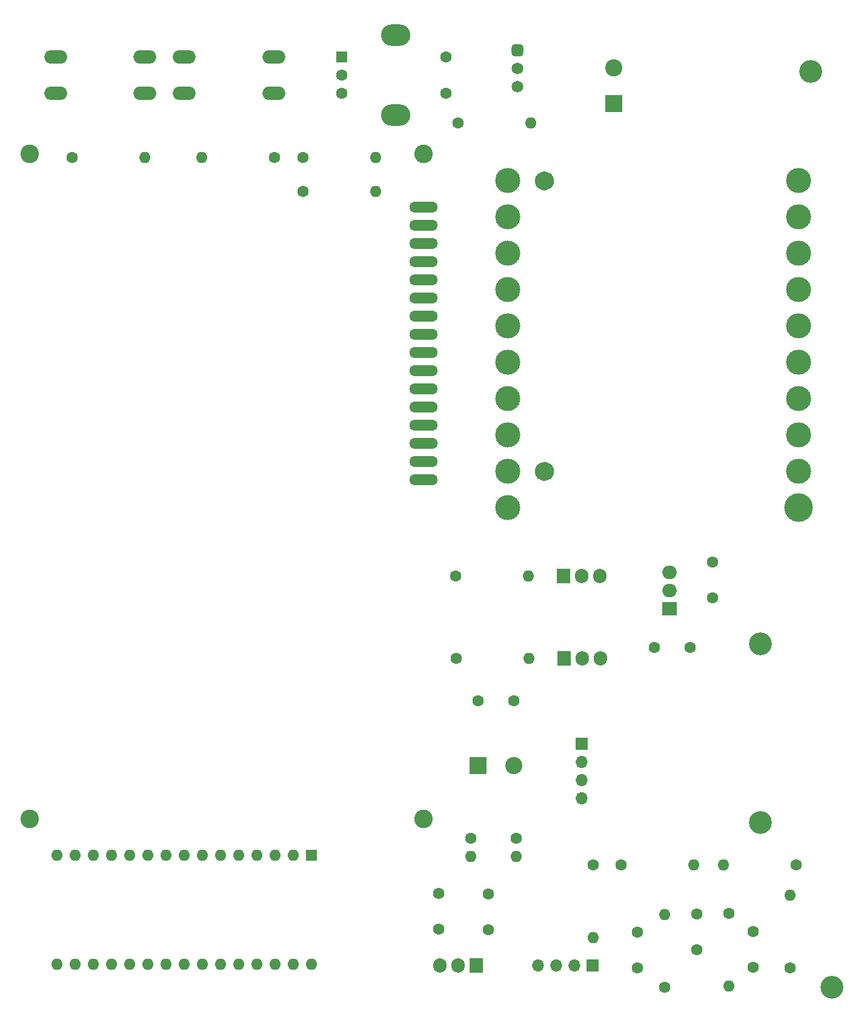
<source format=gbr>
%TF.GenerationSoftware,KiCad,Pcbnew,8.0.3*%
%TF.CreationDate,2025-04-27T13:18:50+02:00*%
%TF.ProjectId,Motherboard,4d6f7468-6572-4626-9f61-72642e6b6963,v1.0*%
%TF.SameCoordinates,Original*%
%TF.FileFunction,Soldermask,Bot*%
%TF.FilePolarity,Negative*%
%FSLAX46Y46*%
G04 Gerber Fmt 4.6, Leading zero omitted, Abs format (unit mm)*
G04 Created by KiCad (PCBNEW 8.0.3) date 2025-04-27 13:18:50*
%MOMM*%
%LPD*%
G01*
G04 APERTURE LIST*
G04 Aperture macros list*
%AMRoundRect*
0 Rectangle with rounded corners*
0 $1 Rounding radius*
0 $2 $3 $4 $5 $6 $7 $8 $9 X,Y pos of 4 corners*
0 Add a 4 corners polygon primitive as box body*
4,1,4,$2,$3,$4,$5,$6,$7,$8,$9,$2,$3,0*
0 Add four circle primitives for the rounded corners*
1,1,$1+$1,$2,$3*
1,1,$1+$1,$4,$5*
1,1,$1+$1,$6,$7*
1,1,$1+$1,$8,$9*
0 Add four rect primitives between the rounded corners*
20,1,$1+$1,$2,$3,$4,$5,0*
20,1,$1+$1,$4,$5,$6,$7,0*
20,1,$1+$1,$6,$7,$8,$9,0*
20,1,$1+$1,$8,$9,$2,$3,0*%
G04 Aperture macros list end*
%ADD10C,1.350000*%
%ADD11C,1.600000*%
%ADD12O,1.600000X1.600000*%
%ADD13R,2.400000X2.400000*%
%ADD14C,2.400000*%
%ADD15C,3.200000*%
%ADD16C,3.500000*%
%ADD17C,4.000000*%
%ADD18O,3.200000X1.900000*%
%ADD19R,2.000000X1.905000*%
%ADD20O,2.000000X1.905000*%
%ADD21R,1.600000X1.600000*%
%ADD22R,1.700000X1.700000*%
%ADD23O,1.700000X1.700000*%
%ADD24RoundRect,0.412500X-0.412500X0.412500X-0.412500X-0.412500X0.412500X-0.412500X0.412500X0.412500X0*%
%ADD25C,1.650000*%
%ADD26R,1.905000X2.000000*%
%ADD27O,1.905000X2.000000*%
%ADD28RoundRect,0.250000X-0.550000X-0.550000X0.550000X-0.550000X0.550000X0.550000X-0.550000X0.550000X0*%
%ADD29O,4.100000X3.000000*%
%ADD30C,2.600000*%
%ADD31O,4.000500X1.501140*%
G04 APERTURE END LIST*
D10*
X125475000Y-112900000D02*
G75*
G02*
X124125000Y-112900000I-675000J0D01*
G01*
X124125000Y-112900000D02*
G75*
G02*
X125475000Y-112900000I675000J0D01*
G01*
X125475000Y-72300000D02*
G75*
G02*
X124125000Y-72300000I-675000J0D01*
G01*
X124125000Y-72300000D02*
G75*
G02*
X125475000Y-72300000I675000J0D01*
G01*
D11*
%TO.C,C4*%
X115500000Y-145000000D03*
X120500000Y-145000000D03*
%TD*%
%TO.C,R13*%
X120900000Y-164160000D03*
D12*
X120900000Y-166700000D03*
%TD*%
D13*
%TO.C,C6*%
X134500000Y-61473959D03*
D14*
X134500000Y-56473959D03*
%TD*%
D11*
%TO.C,R6*%
X91050000Y-69050000D03*
D12*
X101210000Y-69050001D03*
%TD*%
D15*
%TO.C,REF\u002A\u002A*%
X155000000Y-162000000D03*
%TD*%
D11*
%TO.C,R7*%
X91020000Y-73800000D03*
D12*
X101180000Y-73800000D03*
%TD*%
D16*
%TO.C,T1*%
X160320000Y-97660000D03*
X160320000Y-102740000D03*
X160320000Y-107820000D03*
X160320000Y-112900000D03*
D17*
X160320000Y-117980000D03*
D16*
X119680000Y-72260000D03*
X119680000Y-77340000D03*
X119680000Y-82420000D03*
X119680000Y-87500000D03*
X119680000Y-92580000D03*
X119680000Y-97660000D03*
X119680000Y-102740000D03*
X119680000Y-107820000D03*
X119680000Y-112900000D03*
X119680000Y-117980000D03*
X160320000Y-72260000D03*
X160320000Y-77340000D03*
X160320000Y-82420000D03*
X160320000Y-87500000D03*
X160320000Y-92580000D03*
%TD*%
D11*
%TO.C,R15*%
X112520000Y-139000000D03*
D12*
X122680000Y-139000000D03*
%TD*%
D11*
%TO.C,C11*%
X110000000Y-171900000D03*
X110000000Y-176900000D03*
%TD*%
%TO.C,R10*%
X159980000Y-167900000D03*
D12*
X149820000Y-167900000D03*
%TD*%
D11*
%TO.C,R1*%
X141600000Y-184980000D03*
D12*
X141600000Y-174820000D03*
%TD*%
D18*
%TO.C,SW2*%
X74500000Y-55000000D03*
X87000000Y-55000000D03*
X74500000Y-60000000D03*
X87000000Y-60000000D03*
%TD*%
D19*
%TO.C,U1*%
X142300000Y-132100000D03*
D20*
X142300000Y-129560000D03*
X142300000Y-127020001D03*
%TD*%
D21*
%TO.C,A1*%
X92220000Y-166560000D03*
D12*
X89680000Y-166560000D03*
X87140001Y-166560000D03*
X84600000Y-166560000D03*
X82060000Y-166560000D03*
X79520000Y-166560000D03*
X76980000Y-166560000D03*
X74439999Y-166560000D03*
X71900000Y-166560000D03*
X69360000Y-166560000D03*
X66820000Y-166560000D03*
X64280001Y-166560000D03*
X61740000Y-166560000D03*
X59200000Y-166560000D03*
X56660000Y-166560000D03*
X56660000Y-181800000D03*
X59200000Y-181800000D03*
X61740000Y-181800000D03*
X64280000Y-181800000D03*
X66820000Y-181800000D03*
X69360000Y-181800000D03*
X71900000Y-181800000D03*
X74440000Y-181800000D03*
X76980000Y-181800000D03*
X79520000Y-181800000D03*
X82060000Y-181800000D03*
X84600000Y-181800000D03*
X87140000Y-181800000D03*
X89680000Y-181800000D03*
X92220000Y-181800000D03*
%TD*%
D11*
%TO.C,R9*%
X135500000Y-167900000D03*
D12*
X145660000Y-167900000D03*
%TD*%
D18*
%TO.C,SW1*%
X56500000Y-55000000D03*
X69000000Y-55000000D03*
X56500000Y-60000000D03*
X69000000Y-60000000D03*
%TD*%
D15*
%TO.C,REF\u002A\u002A*%
X162000000Y-57000000D03*
%TD*%
D11*
%TO.C,R14*%
X131600000Y-167920000D03*
D12*
X131600000Y-178080000D03*
%TD*%
D11*
%TO.C,R2*%
X58840000Y-69000000D03*
D12*
X69000000Y-69000000D03*
%TD*%
D11*
%TO.C,C2*%
X146100000Y-174800000D03*
X146100000Y-179800000D03*
%TD*%
%TO.C,R8*%
X112720000Y-64200000D03*
D12*
X122880000Y-64200000D03*
%TD*%
D22*
%TO.C,REF\u002A\u002A*%
X130000000Y-151000000D03*
D23*
X130000000Y-153540000D03*
X130000000Y-156079999D03*
X130000000Y-158620000D03*
%TD*%
D11*
%TO.C,C9*%
X140200000Y-137500000D03*
X145200000Y-137500000D03*
%TD*%
%TO.C,R4*%
X87080000Y-69000000D03*
D12*
X76920000Y-69000000D03*
%TD*%
D13*
%TO.C,C5*%
X115500000Y-154000000D03*
D14*
X120500000Y-154000000D03*
%TD*%
D15*
%TO.C,REF\u002A\u002A*%
X155000000Y-137000000D03*
%TD*%
D11*
%TO.C,R12*%
X114500000Y-164160000D03*
D12*
X114500000Y-166700000D03*
%TD*%
D11*
%TO.C,R5*%
X112420000Y-127500000D03*
D12*
X122580000Y-127500000D03*
%TD*%
D24*
%TO.C,RV1*%
X121000000Y-54000000D03*
D25*
X121000000Y-56540000D03*
X121000000Y-59080000D03*
%TD*%
D26*
%TO.C,Q2*%
X127520001Y-139000000D03*
D27*
X130060001Y-139000000D03*
X132600000Y-139000000D03*
%TD*%
D11*
%TO.C,R11*%
X159100000Y-182260000D03*
D12*
X159100000Y-172100000D03*
%TD*%
D26*
%TO.C,Q1*%
X127460000Y-127500000D03*
D27*
X130000000Y-127500000D03*
X132540000Y-127500000D03*
%TD*%
D11*
%TO.C,R3*%
X150600000Y-174720000D03*
D12*
X150600000Y-184880000D03*
%TD*%
D26*
%TO.C,U2*%
X115300000Y-182000000D03*
D27*
X112760000Y-182000000D03*
X110220001Y-182000000D03*
%TD*%
D22*
%TO.C,REF\u002A\u002A*%
X131540000Y-182000000D03*
D23*
X129000000Y-182000000D03*
X126460001Y-182000000D03*
X123920000Y-182000000D03*
%TD*%
D15*
%TO.C,REF\u002A\u002A*%
X165000000Y-185000000D03*
%TD*%
D11*
%TO.C,C10*%
X117000000Y-177000000D03*
X117000000Y-172000000D03*
%TD*%
D28*
%TO.C,SW3*%
X96500000Y-55000000D03*
D11*
X96500000Y-60000000D03*
X96500000Y-57500000D03*
X111000000Y-55000000D03*
X111000000Y-60000000D03*
D29*
X104000000Y-51900000D03*
X104000000Y-63100000D03*
%TD*%
D11*
%TO.C,C3*%
X154000000Y-182200000D03*
X154000000Y-177200000D03*
%TD*%
%TO.C,C1*%
X137800000Y-182300000D03*
X137800000Y-177300000D03*
%TD*%
%TO.C,C8*%
X148300000Y-130600000D03*
X148300000Y-125600000D03*
%TD*%
D30*
%TO.C,DS1*%
X107900000Y-68500000D03*
X52900000Y-68500000D03*
X107900000Y-161500000D03*
X52900000Y-161500000D03*
D31*
X107900580Y-76000840D03*
X107900580Y-78540840D03*
X107900580Y-81080840D03*
X107900580Y-83620840D03*
X107900580Y-86160840D03*
X107900580Y-88700840D03*
X107900580Y-91240840D03*
X107900580Y-93780840D03*
X107900580Y-96320840D03*
X107900580Y-98860840D03*
X107900580Y-101400840D03*
X107900580Y-103940840D03*
X107900580Y-106480840D03*
X107900580Y-109020840D03*
X107900580Y-111560840D03*
X107900580Y-114100840D03*
%TD*%
M02*

</source>
